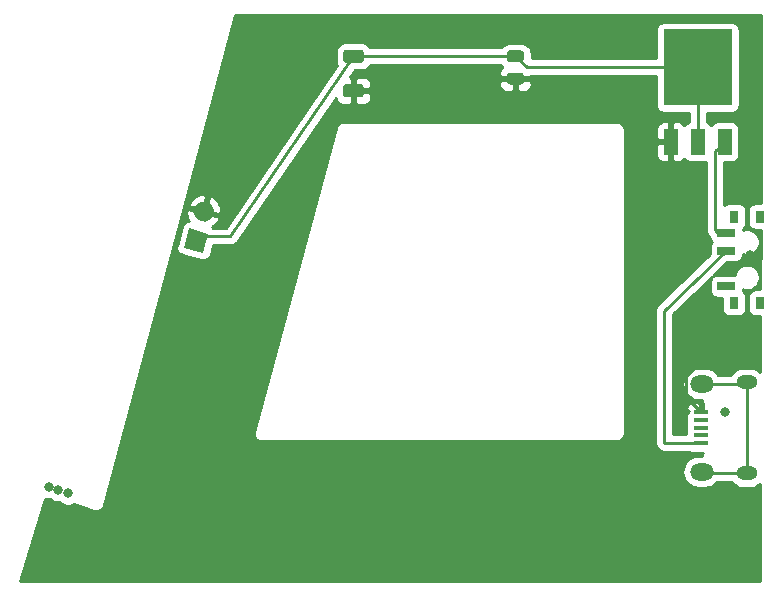
<source format=gbr>
%TF.GenerationSoftware,KiCad,Pcbnew,(5.1.10)-1*%
%TF.CreationDate,2021-09-09T07:46:21-05:00*%
%TF.ProjectId,Pivot_stand,5069766f-745f-4737-9461-6e642e6b6963,rev?*%
%TF.SameCoordinates,Original*%
%TF.FileFunction,Copper,L1,Top*%
%TF.FilePolarity,Positive*%
%FSLAX46Y46*%
G04 Gerber Fmt 4.6, Leading zero omitted, Abs format (unit mm)*
G04 Created by KiCad (PCBNEW (5.1.10)-1) date 2021-09-09 07:46:21*
%MOMM*%
%LPD*%
G01*
G04 APERTURE LIST*
%TA.AperFunction,SMDPad,CuDef*%
%ADD10R,0.800000X1.000000*%
%TD*%
%TA.AperFunction,SMDPad,CuDef*%
%ADD11R,1.500000X0.700000*%
%TD*%
%TA.AperFunction,ComponentPad*%
%ADD12C,0.100000*%
%TD*%
%TA.AperFunction,SMDPad,CuDef*%
%ADD13R,5.800000X6.400000*%
%TD*%
%TA.AperFunction,SMDPad,CuDef*%
%ADD14R,1.200000X2.200000*%
%TD*%
%TA.AperFunction,ComponentPad*%
%ADD15O,1.800000X1.150000*%
%TD*%
%TA.AperFunction,ComponentPad*%
%ADD16O,2.000000X1.450000*%
%TD*%
%TA.AperFunction,SMDPad,CuDef*%
%ADD17R,1.300000X0.450000*%
%TD*%
%TA.AperFunction,ViaPad*%
%ADD18C,0.800000*%
%TD*%
%TA.AperFunction,Conductor*%
%ADD19C,0.250000*%
%TD*%
%TA.AperFunction,Conductor*%
%ADD20C,0.254000*%
%TD*%
%TA.AperFunction,Conductor*%
%ADD21C,0.100000*%
%TD*%
G04 APERTURE END LIST*
D10*
%TO.P,I/O,*%
%TO.N,*%
X172940000Y-125062000D03*
X172940000Y-117762000D03*
X175150000Y-117762000D03*
X175150000Y-125062000D03*
D11*
%TO.P,I/O,3*%
%TO.N,Net-(I/O1-Pad3)*%
X172290000Y-119162000D03*
%TO.P,I/O,2*%
%TO.N,Net-(I/O1-Pad2)*%
X172290000Y-120662000D03*
%TO.P,I/O,1*%
%TO.N,Net-(I/O1-Pad1)*%
X172290000Y-123662000D03*
%TD*%
%TA.AperFunction,ComponentPad*%
D12*
%TO.P,J2,1*%
%TO.N,+3V3*%
G36*
X128441033Y-119198959D02*
G01*
X128001041Y-120841033D01*
X126358967Y-120401041D01*
X126798959Y-118758967D01*
X128441033Y-119198959D01*
G37*
%TD.AperFunction*%
%TO.P,J2,2*%
%TO.N,GND*%
%TA.AperFunction,ComponentPad*%
G36*
G01*
X128878437Y-117566544D02*
X128878437Y-117566544D01*
G75*
G02*
X127837404Y-118167585I-821037J219996D01*
G01*
X127837404Y-118167585D01*
G75*
G02*
X127236363Y-117126552I219996J821037D01*
G01*
X127236363Y-117126552D01*
G75*
G02*
X128277396Y-116525511I821037J-219996D01*
G01*
X128277396Y-116525511D01*
G75*
G02*
X128878437Y-117566544I-219996J-821037D01*
G01*
G37*
%TD.AperFunction*%
%TD*%
D13*
%TO.P,U1,2*%
%TO.N,+3V3*%
X169875200Y-105138800D03*
D14*
%TO.P,U1,3*%
%TO.N,Net-(I/O1-Pad3)*%
X172155200Y-111438800D03*
%TO.P,U1,2*%
%TO.N,+3V3*%
X169875200Y-111438800D03*
%TO.P,U1,1*%
%TO.N,GND*%
X167595200Y-111438800D03*
%TD*%
%TO.P,R1,2*%
%TO.N,GND*%
%TA.AperFunction,SMDPad,CuDef*%
G36*
G01*
X140090997Y-106553300D02*
X141341003Y-106553300D01*
G75*
G02*
X141591000Y-106803297I0J-249997D01*
G01*
X141591000Y-107428303D01*
G75*
G02*
X141341003Y-107678300I-249997J0D01*
G01*
X140090997Y-107678300D01*
G75*
G02*
X139841000Y-107428303I0J249997D01*
G01*
X139841000Y-106803297D01*
G75*
G02*
X140090997Y-106553300I249997J0D01*
G01*
G37*
%TD.AperFunction*%
%TO.P,R1,1*%
%TO.N,+3V3*%
%TA.AperFunction,SMDPad,CuDef*%
G36*
G01*
X140090997Y-103628300D02*
X141341003Y-103628300D01*
G75*
G02*
X141591000Y-103878297I0J-249997D01*
G01*
X141591000Y-104503303D01*
G75*
G02*
X141341003Y-104753300I-249997J0D01*
G01*
X140090997Y-104753300D01*
G75*
G02*
X139841000Y-104503303I0J249997D01*
G01*
X139841000Y-103878297D01*
G75*
G02*
X140090997Y-103628300I249997J0D01*
G01*
G37*
%TD.AperFunction*%
%TD*%
D15*
%TO.P,J1,6*%
%TO.N,Net-(J1-Pad6)*%
X174009600Y-131761000D03*
X174009600Y-139511000D03*
D16*
X170209600Y-131911000D03*
X170209600Y-139361000D03*
D17*
%TO.P,J1,5*%
%TO.N,GND*%
X170159600Y-134336000D03*
%TO.P,J1,4*%
%TO.N,Net-(J1-Pad4)*%
X170159600Y-134986000D03*
%TO.P,J1,3*%
%TO.N,Net-(J1-Pad3)*%
X170159600Y-135636000D03*
%TO.P,J1,2*%
%TO.N,Net-(J1-Pad2)*%
X170159600Y-136286000D03*
%TO.P,J1,1*%
%TO.N,Net-(I/O1-Pad2)*%
X170159600Y-136936000D03*
%TD*%
%TO.P,C1,2*%
%TO.N,GND*%
%TA.AperFunction,SMDPad,CuDef*%
G36*
G01*
X153957000Y-105590800D02*
X154907000Y-105590800D01*
G75*
G02*
X155157000Y-105840800I0J-250000D01*
G01*
X155157000Y-106340800D01*
G75*
G02*
X154907000Y-106590800I-250000J0D01*
G01*
X153957000Y-106590800D01*
G75*
G02*
X153707000Y-106340800I0J250000D01*
G01*
X153707000Y-105840800D01*
G75*
G02*
X153957000Y-105590800I250000J0D01*
G01*
G37*
%TD.AperFunction*%
%TO.P,C1,1*%
%TO.N,+3V3*%
%TA.AperFunction,SMDPad,CuDef*%
G36*
G01*
X153957000Y-103690800D02*
X154907000Y-103690800D01*
G75*
G02*
X155157000Y-103940800I0J-250000D01*
G01*
X155157000Y-104440800D01*
G75*
G02*
X154907000Y-104690800I-250000J0D01*
G01*
X153957000Y-104690800D01*
G75*
G02*
X153707000Y-104440800I0J250000D01*
G01*
X153707000Y-103940800D01*
G75*
G02*
X153957000Y-103690800I250000J0D01*
G01*
G37*
%TD.AperFunction*%
%TD*%
D18*
%TO.N,*%
X172161200Y-134315200D03*
X116550000Y-141200000D03*
%TO.N,GND*%
X172161200Y-128574800D03*
X133197600Y-102920800D03*
X128168400Y-128981200D03*
X147929600Y-107188000D03*
X160020000Y-102260400D03*
X169926000Y-141732000D03*
X164896800Y-130251200D03*
X174193200Y-113995200D03*
X174752000Y-101498400D03*
X174294800Y-121056400D03*
X115620800Y-146761200D03*
X173939200Y-146913600D03*
%TO.N,*%
X115700000Y-140900000D03*
X114900000Y-140650000D03*
%TD*%
D19*
%TO.N,GND*%
X168884590Y-131285725D02*
X168884590Y-133060990D01*
X171595515Y-128574800D02*
X168884590Y-131285725D01*
X168884590Y-133060990D02*
X170159600Y-134336000D01*
X172161200Y-128574800D02*
X171595515Y-128574800D01*
%TO.N,+3V3*%
X169875200Y-111438800D02*
X169875200Y-105138800D01*
X155380000Y-105138800D02*
X154432000Y-104190800D01*
X169875200Y-105138800D02*
X155380000Y-105138800D01*
X154432000Y-104190800D02*
X140716000Y-104190800D01*
X140716000Y-104190800D02*
X130300000Y-119450000D01*
X127750000Y-119450000D02*
X127400000Y-119800000D01*
X130300000Y-119450000D02*
X127750000Y-119450000D01*
%TO.N,Net-(J1-Pad6)*%
X173859600Y-131911000D02*
X174009600Y-131761000D01*
X170209600Y-131911000D02*
X173859600Y-131911000D01*
X174009600Y-131761000D02*
X174009600Y-139511000D01*
X170359600Y-139511000D02*
X170209600Y-139361000D01*
X174009600Y-139511000D02*
X170359600Y-139511000D01*
%TO.N,Net-(I/O1-Pad3)*%
X171341600Y-112252400D02*
X172155200Y-111438800D01*
X171341600Y-118912000D02*
X171341600Y-112252400D01*
X171591600Y-119162000D02*
X171341600Y-118912000D01*
X172290000Y-119162000D02*
X171591600Y-119162000D01*
%TO.N,Net-(I/O1-Pad2)*%
X170129600Y-136906000D02*
X170159600Y-136936000D01*
X167030400Y-125723200D02*
X172290000Y-120662000D01*
X167030400Y-136906000D02*
X167030400Y-125723200D01*
X167060400Y-136936000D02*
X167030400Y-136906000D01*
X170159600Y-136936000D02*
X167060400Y-136936000D01*
%TD*%
D20*
%TO.N,GND*%
X175189346Y-116623928D02*
X174750000Y-116623928D01*
X174625518Y-116636188D01*
X174505820Y-116672498D01*
X174395506Y-116731463D01*
X174298815Y-116810815D01*
X174219463Y-116907506D01*
X174160498Y-117017820D01*
X174124188Y-117137518D01*
X174111928Y-117262000D01*
X174111928Y-118262000D01*
X174124188Y-118386482D01*
X174160498Y-118506180D01*
X174219463Y-118616494D01*
X174298815Y-118713185D01*
X174395506Y-118792537D01*
X174505820Y-118851502D01*
X174625518Y-118887812D01*
X174750000Y-118900072D01*
X175186560Y-118900072D01*
X175180410Y-123923928D01*
X174750000Y-123923928D01*
X174625518Y-123936188D01*
X174505820Y-123972498D01*
X174395506Y-124031463D01*
X174298815Y-124110815D01*
X174219463Y-124207506D01*
X174160498Y-124317820D01*
X174124188Y-124437518D01*
X174111928Y-124562000D01*
X174111928Y-125562000D01*
X174124188Y-125686482D01*
X174160498Y-125806180D01*
X174219463Y-125916494D01*
X174298815Y-126013185D01*
X174395506Y-126092537D01*
X174505820Y-126151502D01*
X174625518Y-126187812D01*
X174750000Y-126200072D01*
X175177624Y-126200072D01*
X175171893Y-130882840D01*
X175010092Y-130750054D01*
X174799887Y-130637697D01*
X174571801Y-130568508D01*
X174394037Y-130551000D01*
X173625163Y-130551000D01*
X173447399Y-130568508D01*
X173219313Y-130637697D01*
X173009108Y-130750054D01*
X172824861Y-130901261D01*
X172673654Y-131085508D01*
X172638648Y-131151000D01*
X171620239Y-131151000D01*
X171450918Y-130944682D01*
X171243831Y-130774730D01*
X171007568Y-130648445D01*
X170751207Y-130570678D01*
X170551409Y-130551000D01*
X169867791Y-130551000D01*
X169667993Y-130570678D01*
X169411632Y-130648445D01*
X169175369Y-130774730D01*
X168968282Y-130944682D01*
X168798330Y-131151769D01*
X168672045Y-131388032D01*
X168594278Y-131644393D01*
X168568020Y-131911000D01*
X168594278Y-132177607D01*
X168672045Y-132433968D01*
X168798330Y-132670231D01*
X168968282Y-132877318D01*
X169175369Y-133047270D01*
X169411632Y-133173555D01*
X169667993Y-133251322D01*
X169867791Y-133271000D01*
X170231176Y-133271000D01*
X170264374Y-133437898D01*
X170328541Y-133592809D01*
X170286600Y-133634750D01*
X170286600Y-134122928D01*
X170032600Y-134122928D01*
X170032600Y-133634750D01*
X169873850Y-133476000D01*
X169520068Y-133473014D01*
X169395402Y-133483230D01*
X169275125Y-133517572D01*
X169163858Y-133574718D01*
X169065878Y-133652474D01*
X168984950Y-133747850D01*
X168924184Y-133857182D01*
X168885915Y-133976268D01*
X168874600Y-134079250D01*
X169033350Y-134238000D01*
X169145922Y-134238000D01*
X169058415Y-134309815D01*
X168979063Y-134406506D01*
X168920098Y-134516820D01*
X168906847Y-134560503D01*
X168874600Y-134592750D01*
X168881718Y-134657535D01*
X168871528Y-134761000D01*
X168871528Y-135211000D01*
X168881377Y-135311000D01*
X168871528Y-135411000D01*
X168871528Y-135861000D01*
X168881377Y-135961000D01*
X168871528Y-136061000D01*
X168871528Y-136176000D01*
X167790400Y-136176000D01*
X167790400Y-126046593D01*
X171042821Y-122916859D01*
X171009463Y-122957506D01*
X170950498Y-123067820D01*
X170914188Y-123187518D01*
X170901928Y-123312000D01*
X170901928Y-124012000D01*
X170914188Y-124136482D01*
X170950498Y-124256180D01*
X171009463Y-124366494D01*
X171088815Y-124463185D01*
X171185506Y-124542537D01*
X171295820Y-124601502D01*
X171415518Y-124637812D01*
X171540000Y-124650072D01*
X171901928Y-124650072D01*
X171901928Y-125562000D01*
X171914188Y-125686482D01*
X171950498Y-125806180D01*
X172009463Y-125916494D01*
X172088815Y-126013185D01*
X172185506Y-126092537D01*
X172295820Y-126151502D01*
X172415518Y-126187812D01*
X172540000Y-126200072D01*
X173340000Y-126200072D01*
X173464482Y-126187812D01*
X173584180Y-126151502D01*
X173694494Y-126092537D01*
X173791185Y-126013185D01*
X173870537Y-125916494D01*
X173929502Y-125806180D01*
X173965812Y-125686482D01*
X173978072Y-125562000D01*
X173978072Y-124562000D01*
X173965812Y-124437518D01*
X173929502Y-124317820D01*
X173870537Y-124207506D01*
X173791185Y-124110815D01*
X173694494Y-124031463D01*
X173677072Y-124022151D01*
X173678072Y-124012000D01*
X173678072Y-123932338D01*
X173733517Y-123955304D01*
X173943137Y-123997000D01*
X174156863Y-123997000D01*
X174366483Y-123955304D01*
X174563940Y-123873515D01*
X174741647Y-123754775D01*
X174892775Y-123603647D01*
X175011515Y-123425940D01*
X175093304Y-123228483D01*
X175135000Y-123018863D01*
X175135000Y-122805137D01*
X175093304Y-122595517D01*
X175011515Y-122398060D01*
X174892775Y-122220353D01*
X174741647Y-122069225D01*
X174563940Y-121950485D01*
X174366483Y-121868696D01*
X174156863Y-121827000D01*
X173943137Y-121827000D01*
X173733517Y-121868696D01*
X173536060Y-121950485D01*
X173358353Y-122069225D01*
X173207225Y-122220353D01*
X173088485Y-122398060D01*
X173006696Y-122595517D01*
X172991099Y-122673928D01*
X171540000Y-122673928D01*
X171415518Y-122686188D01*
X171295820Y-122722498D01*
X171185506Y-122781463D01*
X171172042Y-122792513D01*
X172359267Y-121650072D01*
X173040000Y-121650072D01*
X173164482Y-121637812D01*
X173284180Y-121601502D01*
X173394494Y-121542537D01*
X173491185Y-121463185D01*
X173570537Y-121366494D01*
X173629502Y-121256180D01*
X173665812Y-121136482D01*
X173678072Y-121012000D01*
X173678072Y-120932338D01*
X173733517Y-120955304D01*
X173943137Y-120997000D01*
X174156863Y-120997000D01*
X174366483Y-120955304D01*
X174563940Y-120873515D01*
X174741647Y-120754775D01*
X174892775Y-120603647D01*
X175011515Y-120425940D01*
X175093304Y-120228483D01*
X175135000Y-120018863D01*
X175135000Y-119805137D01*
X175093304Y-119595517D01*
X175011515Y-119398060D01*
X174892775Y-119220353D01*
X174741647Y-119069225D01*
X174563940Y-118950485D01*
X174366483Y-118868696D01*
X174156863Y-118827000D01*
X173943137Y-118827000D01*
X173733517Y-118868696D01*
X173678072Y-118891662D01*
X173678072Y-118812000D01*
X173677072Y-118801849D01*
X173694494Y-118792537D01*
X173791185Y-118713185D01*
X173870537Y-118616494D01*
X173929502Y-118506180D01*
X173965812Y-118386482D01*
X173978072Y-118262000D01*
X173978072Y-117262000D01*
X173965812Y-117137518D01*
X173929502Y-117017820D01*
X173870537Y-116907506D01*
X173791185Y-116810815D01*
X173694494Y-116731463D01*
X173584180Y-116672498D01*
X173464482Y-116636188D01*
X173340000Y-116623928D01*
X172540000Y-116623928D01*
X172415518Y-116636188D01*
X172295820Y-116672498D01*
X172185506Y-116731463D01*
X172101600Y-116800323D01*
X172101600Y-113176872D01*
X172755200Y-113176872D01*
X172879682Y-113164612D01*
X172999380Y-113128302D01*
X173109694Y-113069337D01*
X173206385Y-112989985D01*
X173285737Y-112893294D01*
X173344702Y-112782980D01*
X173381012Y-112663282D01*
X173393272Y-112538800D01*
X173393272Y-110338800D01*
X173381012Y-110214318D01*
X173344702Y-110094620D01*
X173285737Y-109984306D01*
X173206385Y-109887615D01*
X173109694Y-109808263D01*
X172999380Y-109749298D01*
X172879682Y-109712988D01*
X172755200Y-109700728D01*
X171555200Y-109700728D01*
X171430718Y-109712988D01*
X171311020Y-109749298D01*
X171200706Y-109808263D01*
X171104015Y-109887615D01*
X171024663Y-109984306D01*
X171015200Y-110002010D01*
X171005737Y-109984306D01*
X170926385Y-109887615D01*
X170829694Y-109808263D01*
X170719380Y-109749298D01*
X170635200Y-109723762D01*
X170635200Y-108976872D01*
X172775200Y-108976872D01*
X172899682Y-108964612D01*
X173019380Y-108928302D01*
X173129694Y-108869337D01*
X173226385Y-108789985D01*
X173305737Y-108693294D01*
X173364702Y-108582980D01*
X173401012Y-108463282D01*
X173413272Y-108338800D01*
X173413272Y-101938800D01*
X173401012Y-101814318D01*
X173364702Y-101694620D01*
X173305737Y-101584306D01*
X173226385Y-101487615D01*
X173129694Y-101408263D01*
X173019380Y-101349298D01*
X172899682Y-101312988D01*
X172775200Y-101300728D01*
X166975200Y-101300728D01*
X166850718Y-101312988D01*
X166731020Y-101349298D01*
X166620706Y-101408263D01*
X166524015Y-101487615D01*
X166444663Y-101584306D01*
X166385698Y-101694620D01*
X166349388Y-101814318D01*
X166337128Y-101938800D01*
X166337128Y-104378800D01*
X155795072Y-104378800D01*
X155795072Y-103940800D01*
X155778008Y-103767546D01*
X155727472Y-103600950D01*
X155645405Y-103447414D01*
X155534962Y-103312838D01*
X155400386Y-103202395D01*
X155246850Y-103120328D01*
X155080254Y-103069792D01*
X154907000Y-103052728D01*
X153957000Y-103052728D01*
X153783746Y-103069792D01*
X153617150Y-103120328D01*
X153463614Y-103202395D01*
X153329038Y-103312838D01*
X153232230Y-103430800D01*
X142103933Y-103430800D01*
X142079405Y-103384912D01*
X141968963Y-103250337D01*
X141834388Y-103139895D01*
X141680852Y-103057828D01*
X141514257Y-103007292D01*
X141341003Y-102990228D01*
X140090997Y-102990228D01*
X139917743Y-103007292D01*
X139751148Y-103057828D01*
X139597612Y-103139895D01*
X139463037Y-103250337D01*
X139352595Y-103384912D01*
X139270528Y-103538448D01*
X139219992Y-103705043D01*
X139202928Y-103878297D01*
X139202928Y-104503303D01*
X139219992Y-104676557D01*
X139270528Y-104843152D01*
X139305658Y-104908875D01*
X129898600Y-118690000D01*
X128825057Y-118690000D01*
X128757900Y-118648239D01*
X128858700Y-118596810D01*
X129087217Y-118416461D01*
X129276159Y-118194995D01*
X129357389Y-118064359D01*
X129299702Y-117810902D01*
X128147203Y-117502091D01*
X128142027Y-117521410D01*
X127896681Y-117455669D01*
X127901857Y-117436351D01*
X127231561Y-117256745D01*
X128212943Y-117256745D01*
X129365442Y-117565557D01*
X129542129Y-117374900D01*
X129537100Y-117221151D01*
X129484204Y-116934885D01*
X129376477Y-116664439D01*
X129218058Y-116420206D01*
X129015036Y-116211572D01*
X128775213Y-116046554D01*
X128521924Y-116103610D01*
X128212943Y-117256745D01*
X127231561Y-117256745D01*
X126749358Y-117127539D01*
X126572671Y-117318196D01*
X126577700Y-117471945D01*
X126630596Y-117758211D01*
X126738323Y-118028657D01*
X126799904Y-118123596D01*
X126715674Y-118126354D01*
X126593857Y-118154757D01*
X126479923Y-118206381D01*
X126378249Y-118279239D01*
X126292742Y-118370533D01*
X126226690Y-118476755D01*
X126182629Y-118593822D01*
X125742637Y-120235896D01*
X125722261Y-120359309D01*
X125726354Y-120484326D01*
X125754757Y-120606143D01*
X125806381Y-120720077D01*
X125879239Y-120821751D01*
X125970533Y-120907258D01*
X126076755Y-120973310D01*
X126193822Y-121017371D01*
X127835896Y-121457363D01*
X127959309Y-121477739D01*
X128084326Y-121473646D01*
X128206143Y-121445243D01*
X128320077Y-121393619D01*
X128421751Y-121320761D01*
X128507258Y-121229467D01*
X128573310Y-121123245D01*
X128617371Y-121006178D01*
X128830706Y-120210000D01*
X130258895Y-120210000D01*
X130292435Y-120213639D01*
X130333555Y-120210000D01*
X130337333Y-120210000D01*
X130370785Y-120206705D01*
X130441558Y-120200442D01*
X130445203Y-120199376D01*
X130448986Y-120199003D01*
X130517118Y-120178336D01*
X130585242Y-120158405D01*
X130588602Y-120156652D01*
X130592247Y-120155546D01*
X130655040Y-120121982D01*
X130717964Y-120089146D01*
X130720923Y-120086766D01*
X130724276Y-120084974D01*
X130779271Y-120039841D01*
X130834624Y-119995324D01*
X130837061Y-119992414D01*
X130840001Y-119990001D01*
X130885117Y-119935027D01*
X130906655Y-119909307D01*
X130908782Y-119906191D01*
X130934974Y-119874276D01*
X130950880Y-119844518D01*
X139209569Y-107745729D01*
X139215188Y-107802782D01*
X139251498Y-107922480D01*
X139310463Y-108032794D01*
X139389815Y-108129485D01*
X139486506Y-108208837D01*
X139596820Y-108267802D01*
X139716518Y-108304112D01*
X139841000Y-108316372D01*
X140430250Y-108313300D01*
X140589000Y-108154550D01*
X140589000Y-107242800D01*
X140843000Y-107242800D01*
X140843000Y-108154550D01*
X141001750Y-108313300D01*
X141591000Y-108316372D01*
X141715482Y-108304112D01*
X141835180Y-108267802D01*
X141945494Y-108208837D01*
X142042185Y-108129485D01*
X142121537Y-108032794D01*
X142180502Y-107922480D01*
X142216812Y-107802782D01*
X142229072Y-107678300D01*
X142226000Y-107401550D01*
X142067250Y-107242800D01*
X140843000Y-107242800D01*
X140589000Y-107242800D01*
X140569000Y-107242800D01*
X140569000Y-106988800D01*
X140589000Y-106988800D01*
X140589000Y-106077050D01*
X140843000Y-106077050D01*
X140843000Y-106988800D01*
X142067250Y-106988800D01*
X142226000Y-106830050D01*
X142228655Y-106590800D01*
X153068928Y-106590800D01*
X153081188Y-106715282D01*
X153117498Y-106834980D01*
X153176463Y-106945294D01*
X153255815Y-107041985D01*
X153352506Y-107121337D01*
X153462820Y-107180302D01*
X153582518Y-107216612D01*
X153707000Y-107228872D01*
X154146250Y-107225800D01*
X154305000Y-107067050D01*
X154305000Y-106217800D01*
X154559000Y-106217800D01*
X154559000Y-107067050D01*
X154717750Y-107225800D01*
X155157000Y-107228872D01*
X155281482Y-107216612D01*
X155401180Y-107180302D01*
X155511494Y-107121337D01*
X155608185Y-107041985D01*
X155687537Y-106945294D01*
X155746502Y-106834980D01*
X155782812Y-106715282D01*
X155795072Y-106590800D01*
X155792000Y-106376550D01*
X155633250Y-106217800D01*
X154559000Y-106217800D01*
X154305000Y-106217800D01*
X153230750Y-106217800D01*
X153072000Y-106376550D01*
X153068928Y-106590800D01*
X142228655Y-106590800D01*
X142229072Y-106553300D01*
X142216812Y-106428818D01*
X142180502Y-106309120D01*
X142121537Y-106198806D01*
X142042185Y-106102115D01*
X141945494Y-106022763D01*
X141835180Y-105963798D01*
X141715482Y-105927488D01*
X141591000Y-105915228D01*
X141001750Y-105918300D01*
X140843000Y-106077050D01*
X140589000Y-106077050D01*
X140446137Y-105934187D01*
X140816664Y-105391372D01*
X141341003Y-105391372D01*
X141514257Y-105374308D01*
X141680852Y-105323772D01*
X141834388Y-105241705D01*
X141968963Y-105131263D01*
X142079405Y-104996688D01*
X142103933Y-104950800D01*
X153232230Y-104950800D01*
X153329038Y-105068762D01*
X153335594Y-105074142D01*
X153255815Y-105139615D01*
X153176463Y-105236306D01*
X153117498Y-105346620D01*
X153081188Y-105466318D01*
X153068928Y-105590800D01*
X153072000Y-105805050D01*
X153230750Y-105963800D01*
X154305000Y-105963800D01*
X154305000Y-105943800D01*
X154559000Y-105943800D01*
X154559000Y-105963800D01*
X155633250Y-105963800D01*
X155698250Y-105898800D01*
X166337128Y-105898800D01*
X166337128Y-108338800D01*
X166349388Y-108463282D01*
X166385698Y-108582980D01*
X166444663Y-108693294D01*
X166524015Y-108789985D01*
X166620706Y-108869337D01*
X166731020Y-108928302D01*
X166850718Y-108964612D01*
X166975200Y-108976872D01*
X169115200Y-108976872D01*
X169115200Y-109723762D01*
X169031020Y-109749298D01*
X168920706Y-109808263D01*
X168824015Y-109887615D01*
X168744663Y-109984306D01*
X168735200Y-110002010D01*
X168725737Y-109984306D01*
X168646385Y-109887615D01*
X168549694Y-109808263D01*
X168439380Y-109749298D01*
X168319682Y-109712988D01*
X168195200Y-109700728D01*
X167880950Y-109703800D01*
X167722200Y-109862550D01*
X167722200Y-111311800D01*
X167742200Y-111311800D01*
X167742200Y-111565800D01*
X167722200Y-111565800D01*
X167722200Y-113015050D01*
X167880950Y-113173800D01*
X168195200Y-113176872D01*
X168319682Y-113164612D01*
X168439380Y-113128302D01*
X168549694Y-113069337D01*
X168646385Y-112989985D01*
X168725737Y-112893294D01*
X168735200Y-112875590D01*
X168744663Y-112893294D01*
X168824015Y-112989985D01*
X168920706Y-113069337D01*
X169031020Y-113128302D01*
X169150718Y-113164612D01*
X169275200Y-113176872D01*
X170475200Y-113176872D01*
X170581601Y-113166393D01*
X170581600Y-118874677D01*
X170577924Y-118912000D01*
X170581600Y-118949322D01*
X170581600Y-118949332D01*
X170592597Y-119060985D01*
X170621951Y-119157753D01*
X170636054Y-119204246D01*
X170706626Y-119336276D01*
X170729464Y-119364104D01*
X170801599Y-119452001D01*
X170830602Y-119475803D01*
X170905766Y-119550967D01*
X170914188Y-119636482D01*
X170950498Y-119756180D01*
X171009463Y-119866494D01*
X171046809Y-119912000D01*
X171009463Y-119957506D01*
X170950498Y-120067820D01*
X170914188Y-120187518D01*
X170901928Y-120312000D01*
X170901928Y-120942986D01*
X166525049Y-125154763D01*
X166490400Y-125183199D01*
X166447562Y-125235397D01*
X166403698Y-125286799D01*
X166400100Y-125293230D01*
X166395427Y-125298924D01*
X166363584Y-125358498D01*
X166330602Y-125417448D01*
X166328329Y-125424454D01*
X166324855Y-125430953D01*
X166305250Y-125495582D01*
X166284399Y-125559846D01*
X166283536Y-125567167D01*
X166281398Y-125574214D01*
X166274779Y-125641419D01*
X166266865Y-125708523D01*
X166270401Y-125753214D01*
X166270400Y-136868678D01*
X166266724Y-136906000D01*
X166270400Y-136943322D01*
X166270400Y-136943332D01*
X166281397Y-137054985D01*
X166313556Y-137161000D01*
X166324854Y-137198246D01*
X166395426Y-137330276D01*
X166396893Y-137332063D01*
X166490399Y-137446001D01*
X166506876Y-137459524D01*
X166520399Y-137476001D01*
X166636124Y-137570974D01*
X166768153Y-137641546D01*
X166911414Y-137685003D01*
X167023067Y-137696000D01*
X167023077Y-137696000D01*
X167060399Y-137699676D01*
X167097722Y-137696000D01*
X169163456Y-137696000D01*
X169265420Y-137750502D01*
X169385118Y-137786812D01*
X169509600Y-137799072D01*
X170278884Y-137799072D01*
X170264374Y-137834102D01*
X170231176Y-138001000D01*
X169867791Y-138001000D01*
X169667993Y-138020678D01*
X169411632Y-138098445D01*
X169175369Y-138224730D01*
X168968282Y-138394682D01*
X168798330Y-138601769D01*
X168672045Y-138838032D01*
X168594278Y-139094393D01*
X168568020Y-139361000D01*
X168594278Y-139627607D01*
X168672045Y-139883968D01*
X168798330Y-140120231D01*
X168968282Y-140327318D01*
X169175369Y-140497270D01*
X169411632Y-140623555D01*
X169667993Y-140701322D01*
X169867791Y-140721000D01*
X170551409Y-140721000D01*
X170751207Y-140701322D01*
X171007568Y-140623555D01*
X171243831Y-140497270D01*
X171450918Y-140327318D01*
X171497137Y-140271000D01*
X172743008Y-140271000D01*
X172824861Y-140370739D01*
X173009108Y-140521946D01*
X173219313Y-140634303D01*
X173447399Y-140703492D01*
X173625163Y-140721000D01*
X174394037Y-140721000D01*
X174571801Y-140703492D01*
X174799887Y-140634303D01*
X175010092Y-140521946D01*
X175160245Y-140398719D01*
X175158840Y-141546786D01*
X175158801Y-141547181D01*
X175158801Y-141578545D01*
X175158761Y-141611211D01*
X175158801Y-141611622D01*
X175158800Y-143375981D01*
X175158800Y-143375982D01*
X175158801Y-148641200D01*
X112500383Y-148641200D01*
X114643428Y-141654242D01*
X114798061Y-141685000D01*
X115001939Y-141685000D01*
X115018079Y-141681790D01*
X115040226Y-141703937D01*
X115209744Y-141817205D01*
X115398102Y-141895226D01*
X115598061Y-141935000D01*
X115801939Y-141935000D01*
X115818079Y-141931790D01*
X115890226Y-142003937D01*
X116059744Y-142117205D01*
X116248102Y-142195226D01*
X116448061Y-142235000D01*
X116651939Y-142235000D01*
X116851898Y-142195226D01*
X117040256Y-142117205D01*
X117084065Y-142087933D01*
X118750981Y-142658194D01*
X118802914Y-142677651D01*
X118844478Y-142684449D01*
X118885474Y-142694111D01*
X118908487Y-142694919D01*
X118931218Y-142698637D01*
X118973319Y-142697195D01*
X119015402Y-142698673D01*
X119038130Y-142694976D01*
X119061149Y-142694188D01*
X119102151Y-142684563D01*
X119143724Y-142677801D01*
X119165297Y-142669740D01*
X119187716Y-142664477D01*
X119226057Y-142647036D01*
X119265508Y-142632294D01*
X119285091Y-142620181D01*
X119306056Y-142610644D01*
X119340257Y-142586058D01*
X119376075Y-142563903D01*
X119392921Y-142548200D01*
X119411620Y-142534758D01*
X119440366Y-142503973D01*
X119471174Y-142475256D01*
X119484632Y-142456569D01*
X119500350Y-142439737D01*
X119522537Y-142403938D01*
X119547152Y-142369760D01*
X119556707Y-142348805D01*
X119568838Y-142329231D01*
X119583615Y-142289791D01*
X119601089Y-142251467D01*
X119613812Y-142197482D01*
X121226119Y-136144000D01*
X132280407Y-136144000D01*
X132284593Y-136186502D01*
X132285900Y-136229173D01*
X132290949Y-136251036D01*
X132293150Y-136273383D01*
X132305549Y-136314257D01*
X132315154Y-136355847D01*
X132324372Y-136376307D01*
X132330890Y-136397793D01*
X132351023Y-136435460D01*
X132368559Y-136474381D01*
X132381591Y-136492649D01*
X132392175Y-136512450D01*
X132419268Y-136545462D01*
X132444062Y-136580218D01*
X132460411Y-136595595D01*
X132474652Y-136612948D01*
X132507666Y-136640042D01*
X132538763Y-136669291D01*
X132557794Y-136681182D01*
X132575150Y-136695425D01*
X132612810Y-136715555D01*
X132649020Y-136738178D01*
X132670012Y-136746129D01*
X132689807Y-136756710D01*
X132730674Y-136769107D01*
X132770599Y-136784230D01*
X132792731Y-136787932D01*
X132814217Y-136794450D01*
X132856717Y-136798636D01*
X132898827Y-136805680D01*
X132953679Y-136804000D01*
X162984781Y-136804000D01*
X163017200Y-136807193D01*
X163049619Y-136804000D01*
X163146583Y-136794450D01*
X163270993Y-136756710D01*
X163385650Y-136695425D01*
X163486148Y-136612948D01*
X163568625Y-136512450D01*
X163629910Y-136397793D01*
X163667650Y-136273383D01*
X163680393Y-136144000D01*
X163677200Y-136111581D01*
X163677200Y-112538800D01*
X166357128Y-112538800D01*
X166369388Y-112663282D01*
X166405698Y-112782980D01*
X166464663Y-112893294D01*
X166544015Y-112989985D01*
X166640706Y-113069337D01*
X166751020Y-113128302D01*
X166870718Y-113164612D01*
X166995200Y-113176872D01*
X167309450Y-113173800D01*
X167468200Y-113015050D01*
X167468200Y-111565800D01*
X166518950Y-111565800D01*
X166360200Y-111724550D01*
X166357128Y-112538800D01*
X163677200Y-112538800D01*
X163677200Y-110420819D01*
X163680393Y-110388400D01*
X163675508Y-110338800D01*
X166357128Y-110338800D01*
X166360200Y-111153050D01*
X166518950Y-111311800D01*
X167468200Y-111311800D01*
X167468200Y-109862550D01*
X167309450Y-109703800D01*
X166995200Y-109700728D01*
X166870718Y-109712988D01*
X166751020Y-109749298D01*
X166640706Y-109808263D01*
X166544015Y-109887615D01*
X166464663Y-109984306D01*
X166405698Y-110094620D01*
X166369388Y-110214318D01*
X166357128Y-110338800D01*
X163675508Y-110338800D01*
X163667650Y-110259017D01*
X163629910Y-110134607D01*
X163568625Y-110019950D01*
X163486148Y-109919452D01*
X163385650Y-109836975D01*
X163270993Y-109775690D01*
X163146583Y-109737950D01*
X163049619Y-109728400D01*
X163017200Y-109725207D01*
X162984781Y-109728400D01*
X139958016Y-109728400D01*
X139947973Y-109726720D01*
X139893121Y-109728400D01*
X139870781Y-109728400D01*
X139860698Y-109729393D01*
X139818026Y-109730700D01*
X139796161Y-109735749D01*
X139773817Y-109737950D01*
X139732955Y-109750346D01*
X139691352Y-109759953D01*
X139670884Y-109769175D01*
X139649407Y-109775690D01*
X139611749Y-109795818D01*
X139572818Y-109813359D01*
X139554547Y-109826393D01*
X139534750Y-109836975D01*
X139501744Y-109864062D01*
X139466981Y-109888862D01*
X139451599Y-109905215D01*
X139434252Y-109919452D01*
X139407169Y-109952452D01*
X139377908Y-109983562D01*
X139366012Y-110002602D01*
X139351775Y-110019950D01*
X139331652Y-110057597D01*
X139309021Y-110093820D01*
X139301067Y-110114818D01*
X139290490Y-110134607D01*
X139278097Y-110175462D01*
X139274508Y-110184936D01*
X139268680Y-110206503D01*
X139252750Y-110259017D01*
X139251752Y-110269150D01*
X132309087Y-135962082D01*
X132293150Y-136014617D01*
X132288964Y-136057115D01*
X132281920Y-136099227D01*
X132282607Y-136121662D01*
X132280407Y-136144000D01*
X121226119Y-136144000D01*
X126423889Y-116628737D01*
X126757411Y-116628737D01*
X126815098Y-116882194D01*
X127967597Y-117191005D01*
X128276579Y-116037870D01*
X128085753Y-115861814D01*
X127795551Y-115884812D01*
X127515411Y-115963983D01*
X127256100Y-116096286D01*
X127027583Y-116276635D01*
X126838641Y-116498101D01*
X126757411Y-116628737D01*
X126423889Y-116628737D01*
X130656822Y-100736000D01*
X175208792Y-100736000D01*
X175189346Y-116623928D01*
%TA.AperFunction,Conductor*%
D21*
G36*
X175189346Y-116623928D02*
G01*
X174750000Y-116623928D01*
X174625518Y-116636188D01*
X174505820Y-116672498D01*
X174395506Y-116731463D01*
X174298815Y-116810815D01*
X174219463Y-116907506D01*
X174160498Y-117017820D01*
X174124188Y-117137518D01*
X174111928Y-117262000D01*
X174111928Y-118262000D01*
X174124188Y-118386482D01*
X174160498Y-118506180D01*
X174219463Y-118616494D01*
X174298815Y-118713185D01*
X174395506Y-118792537D01*
X174505820Y-118851502D01*
X174625518Y-118887812D01*
X174750000Y-118900072D01*
X175186560Y-118900072D01*
X175180410Y-123923928D01*
X174750000Y-123923928D01*
X174625518Y-123936188D01*
X174505820Y-123972498D01*
X174395506Y-124031463D01*
X174298815Y-124110815D01*
X174219463Y-124207506D01*
X174160498Y-124317820D01*
X174124188Y-124437518D01*
X174111928Y-124562000D01*
X174111928Y-125562000D01*
X174124188Y-125686482D01*
X174160498Y-125806180D01*
X174219463Y-125916494D01*
X174298815Y-126013185D01*
X174395506Y-126092537D01*
X174505820Y-126151502D01*
X174625518Y-126187812D01*
X174750000Y-126200072D01*
X175177624Y-126200072D01*
X175171893Y-130882840D01*
X175010092Y-130750054D01*
X174799887Y-130637697D01*
X174571801Y-130568508D01*
X174394037Y-130551000D01*
X173625163Y-130551000D01*
X173447399Y-130568508D01*
X173219313Y-130637697D01*
X173009108Y-130750054D01*
X172824861Y-130901261D01*
X172673654Y-131085508D01*
X172638648Y-131151000D01*
X171620239Y-131151000D01*
X171450918Y-130944682D01*
X171243831Y-130774730D01*
X171007568Y-130648445D01*
X170751207Y-130570678D01*
X170551409Y-130551000D01*
X169867791Y-130551000D01*
X169667993Y-130570678D01*
X169411632Y-130648445D01*
X169175369Y-130774730D01*
X168968282Y-130944682D01*
X168798330Y-131151769D01*
X168672045Y-131388032D01*
X168594278Y-131644393D01*
X168568020Y-131911000D01*
X168594278Y-132177607D01*
X168672045Y-132433968D01*
X168798330Y-132670231D01*
X168968282Y-132877318D01*
X169175369Y-133047270D01*
X169411632Y-133173555D01*
X169667993Y-133251322D01*
X169867791Y-133271000D01*
X170231176Y-133271000D01*
X170264374Y-133437898D01*
X170328541Y-133592809D01*
X170286600Y-133634750D01*
X170286600Y-134122928D01*
X170032600Y-134122928D01*
X170032600Y-133634750D01*
X169873850Y-133476000D01*
X169520068Y-133473014D01*
X169395402Y-133483230D01*
X169275125Y-133517572D01*
X169163858Y-133574718D01*
X169065878Y-133652474D01*
X168984950Y-133747850D01*
X168924184Y-133857182D01*
X168885915Y-133976268D01*
X168874600Y-134079250D01*
X169033350Y-134238000D01*
X169145922Y-134238000D01*
X169058415Y-134309815D01*
X168979063Y-134406506D01*
X168920098Y-134516820D01*
X168906847Y-134560503D01*
X168874600Y-134592750D01*
X168881718Y-134657535D01*
X168871528Y-134761000D01*
X168871528Y-135211000D01*
X168881377Y-135311000D01*
X168871528Y-135411000D01*
X168871528Y-135861000D01*
X168881377Y-135961000D01*
X168871528Y-136061000D01*
X168871528Y-136176000D01*
X167790400Y-136176000D01*
X167790400Y-126046593D01*
X171042821Y-122916859D01*
X171009463Y-122957506D01*
X170950498Y-123067820D01*
X170914188Y-123187518D01*
X170901928Y-123312000D01*
X170901928Y-124012000D01*
X170914188Y-124136482D01*
X170950498Y-124256180D01*
X171009463Y-124366494D01*
X171088815Y-124463185D01*
X171185506Y-124542537D01*
X171295820Y-124601502D01*
X171415518Y-124637812D01*
X171540000Y-124650072D01*
X171901928Y-124650072D01*
X171901928Y-125562000D01*
X171914188Y-125686482D01*
X171950498Y-125806180D01*
X172009463Y-125916494D01*
X172088815Y-126013185D01*
X172185506Y-126092537D01*
X172295820Y-126151502D01*
X172415518Y-126187812D01*
X172540000Y-126200072D01*
X173340000Y-126200072D01*
X173464482Y-126187812D01*
X173584180Y-126151502D01*
X173694494Y-126092537D01*
X173791185Y-126013185D01*
X173870537Y-125916494D01*
X173929502Y-125806180D01*
X173965812Y-125686482D01*
X173978072Y-125562000D01*
X173978072Y-124562000D01*
X173965812Y-124437518D01*
X173929502Y-124317820D01*
X173870537Y-124207506D01*
X173791185Y-124110815D01*
X173694494Y-124031463D01*
X173677072Y-124022151D01*
X173678072Y-124012000D01*
X173678072Y-123932338D01*
X173733517Y-123955304D01*
X173943137Y-123997000D01*
X174156863Y-123997000D01*
X174366483Y-123955304D01*
X174563940Y-123873515D01*
X174741647Y-123754775D01*
X174892775Y-123603647D01*
X175011515Y-123425940D01*
X175093304Y-123228483D01*
X175135000Y-123018863D01*
X175135000Y-122805137D01*
X175093304Y-122595517D01*
X175011515Y-122398060D01*
X174892775Y-122220353D01*
X174741647Y-122069225D01*
X174563940Y-121950485D01*
X174366483Y-121868696D01*
X174156863Y-121827000D01*
X173943137Y-121827000D01*
X173733517Y-121868696D01*
X173536060Y-121950485D01*
X173358353Y-122069225D01*
X173207225Y-122220353D01*
X173088485Y-122398060D01*
X173006696Y-122595517D01*
X172991099Y-122673928D01*
X171540000Y-122673928D01*
X171415518Y-122686188D01*
X171295820Y-122722498D01*
X171185506Y-122781463D01*
X171172042Y-122792513D01*
X172359267Y-121650072D01*
X173040000Y-121650072D01*
X173164482Y-121637812D01*
X173284180Y-121601502D01*
X173394494Y-121542537D01*
X173491185Y-121463185D01*
X173570537Y-121366494D01*
X173629502Y-121256180D01*
X173665812Y-121136482D01*
X173678072Y-121012000D01*
X173678072Y-120932338D01*
X173733517Y-120955304D01*
X173943137Y-120997000D01*
X174156863Y-120997000D01*
X174366483Y-120955304D01*
X174563940Y-120873515D01*
X174741647Y-120754775D01*
X174892775Y-120603647D01*
X175011515Y-120425940D01*
X175093304Y-120228483D01*
X175135000Y-120018863D01*
X175135000Y-119805137D01*
X175093304Y-119595517D01*
X175011515Y-119398060D01*
X174892775Y-119220353D01*
X174741647Y-119069225D01*
X174563940Y-118950485D01*
X174366483Y-118868696D01*
X174156863Y-118827000D01*
X173943137Y-118827000D01*
X173733517Y-118868696D01*
X173678072Y-118891662D01*
X173678072Y-118812000D01*
X173677072Y-118801849D01*
X173694494Y-118792537D01*
X173791185Y-118713185D01*
X173870537Y-118616494D01*
X173929502Y-118506180D01*
X173965812Y-118386482D01*
X173978072Y-118262000D01*
X173978072Y-117262000D01*
X173965812Y-117137518D01*
X173929502Y-117017820D01*
X173870537Y-116907506D01*
X173791185Y-116810815D01*
X173694494Y-116731463D01*
X173584180Y-116672498D01*
X173464482Y-116636188D01*
X173340000Y-116623928D01*
X172540000Y-116623928D01*
X172415518Y-116636188D01*
X172295820Y-116672498D01*
X172185506Y-116731463D01*
X172101600Y-116800323D01*
X172101600Y-113176872D01*
X172755200Y-113176872D01*
X172879682Y-113164612D01*
X172999380Y-113128302D01*
X173109694Y-113069337D01*
X173206385Y-112989985D01*
X173285737Y-112893294D01*
X173344702Y-112782980D01*
X173381012Y-112663282D01*
X173393272Y-112538800D01*
X173393272Y-110338800D01*
X173381012Y-110214318D01*
X173344702Y-110094620D01*
X173285737Y-109984306D01*
X173206385Y-109887615D01*
X173109694Y-109808263D01*
X172999380Y-109749298D01*
X172879682Y-109712988D01*
X172755200Y-109700728D01*
X171555200Y-109700728D01*
X171430718Y-109712988D01*
X171311020Y-109749298D01*
X171200706Y-109808263D01*
X171104015Y-109887615D01*
X171024663Y-109984306D01*
X171015200Y-110002010D01*
X171005737Y-109984306D01*
X170926385Y-109887615D01*
X170829694Y-109808263D01*
X170719380Y-109749298D01*
X170635200Y-109723762D01*
X170635200Y-108976872D01*
X172775200Y-108976872D01*
X172899682Y-108964612D01*
X173019380Y-108928302D01*
X173129694Y-108869337D01*
X173226385Y-108789985D01*
X173305737Y-108693294D01*
X173364702Y-108582980D01*
X173401012Y-108463282D01*
X173413272Y-108338800D01*
X173413272Y-101938800D01*
X173401012Y-101814318D01*
X173364702Y-101694620D01*
X173305737Y-101584306D01*
X173226385Y-101487615D01*
X173129694Y-101408263D01*
X173019380Y-101349298D01*
X172899682Y-101312988D01*
X172775200Y-101300728D01*
X166975200Y-101300728D01*
X166850718Y-101312988D01*
X166731020Y-101349298D01*
X166620706Y-101408263D01*
X166524015Y-101487615D01*
X166444663Y-101584306D01*
X166385698Y-101694620D01*
X166349388Y-101814318D01*
X166337128Y-101938800D01*
X166337128Y-104378800D01*
X155795072Y-104378800D01*
X155795072Y-103940800D01*
X155778008Y-103767546D01*
X155727472Y-103600950D01*
X155645405Y-103447414D01*
X155534962Y-103312838D01*
X155400386Y-103202395D01*
X155246850Y-103120328D01*
X155080254Y-103069792D01*
X154907000Y-103052728D01*
X153957000Y-103052728D01*
X153783746Y-103069792D01*
X153617150Y-103120328D01*
X153463614Y-103202395D01*
X153329038Y-103312838D01*
X153232230Y-103430800D01*
X142103933Y-103430800D01*
X142079405Y-103384912D01*
X141968963Y-103250337D01*
X141834388Y-103139895D01*
X141680852Y-103057828D01*
X141514257Y-103007292D01*
X141341003Y-102990228D01*
X140090997Y-102990228D01*
X139917743Y-103007292D01*
X139751148Y-103057828D01*
X139597612Y-103139895D01*
X139463037Y-103250337D01*
X139352595Y-103384912D01*
X139270528Y-103538448D01*
X139219992Y-103705043D01*
X139202928Y-103878297D01*
X139202928Y-104503303D01*
X139219992Y-104676557D01*
X139270528Y-104843152D01*
X139305658Y-104908875D01*
X129898600Y-118690000D01*
X128825057Y-118690000D01*
X128757900Y-118648239D01*
X128858700Y-118596810D01*
X129087217Y-118416461D01*
X129276159Y-118194995D01*
X129357389Y-118064359D01*
X129299702Y-117810902D01*
X128147203Y-117502091D01*
X128142027Y-117521410D01*
X127896681Y-117455669D01*
X127901857Y-117436351D01*
X127231561Y-117256745D01*
X128212943Y-117256745D01*
X129365442Y-117565557D01*
X129542129Y-117374900D01*
X129537100Y-117221151D01*
X129484204Y-116934885D01*
X129376477Y-116664439D01*
X129218058Y-116420206D01*
X129015036Y-116211572D01*
X128775213Y-116046554D01*
X128521924Y-116103610D01*
X128212943Y-117256745D01*
X127231561Y-117256745D01*
X126749358Y-117127539D01*
X126572671Y-117318196D01*
X126577700Y-117471945D01*
X126630596Y-117758211D01*
X126738323Y-118028657D01*
X126799904Y-118123596D01*
X126715674Y-118126354D01*
X126593857Y-118154757D01*
X126479923Y-118206381D01*
X126378249Y-118279239D01*
X126292742Y-118370533D01*
X126226690Y-118476755D01*
X126182629Y-118593822D01*
X125742637Y-120235896D01*
X125722261Y-120359309D01*
X125726354Y-120484326D01*
X125754757Y-120606143D01*
X125806381Y-120720077D01*
X125879239Y-120821751D01*
X125970533Y-120907258D01*
X126076755Y-120973310D01*
X126193822Y-121017371D01*
X127835896Y-121457363D01*
X127959309Y-121477739D01*
X128084326Y-121473646D01*
X128206143Y-121445243D01*
X128320077Y-121393619D01*
X128421751Y-121320761D01*
X128507258Y-121229467D01*
X128573310Y-121123245D01*
X128617371Y-121006178D01*
X128830706Y-120210000D01*
X130258895Y-120210000D01*
X130292435Y-120213639D01*
X130333555Y-120210000D01*
X130337333Y-120210000D01*
X130370785Y-120206705D01*
X130441558Y-120200442D01*
X130445203Y-120199376D01*
X130448986Y-120199003D01*
X130517118Y-120178336D01*
X130585242Y-120158405D01*
X130588602Y-120156652D01*
X130592247Y-120155546D01*
X130655040Y-120121982D01*
X130717964Y-120089146D01*
X130720923Y-120086766D01*
X130724276Y-120084974D01*
X130779271Y-120039841D01*
X130834624Y-119995324D01*
X130837061Y-119992414D01*
X130840001Y-119990001D01*
X130885117Y-119935027D01*
X130906655Y-119909307D01*
X130908782Y-119906191D01*
X130934974Y-119874276D01*
X130950880Y-119844518D01*
X139209569Y-107745729D01*
X139215188Y-107802782D01*
X139251498Y-107922480D01*
X139310463Y-108032794D01*
X139389815Y-108129485D01*
X139486506Y-108208837D01*
X139596820Y-108267802D01*
X139716518Y-108304112D01*
X139841000Y-108316372D01*
X140430250Y-108313300D01*
X140589000Y-108154550D01*
X140589000Y-107242800D01*
X140843000Y-107242800D01*
X140843000Y-108154550D01*
X141001750Y-108313300D01*
X141591000Y-108316372D01*
X141715482Y-108304112D01*
X141835180Y-108267802D01*
X141945494Y-108208837D01*
X142042185Y-108129485D01*
X142121537Y-108032794D01*
X142180502Y-107922480D01*
X142216812Y-107802782D01*
X142229072Y-107678300D01*
X142226000Y-107401550D01*
X142067250Y-107242800D01*
X140843000Y-107242800D01*
X140589000Y-107242800D01*
X140569000Y-107242800D01*
X140569000Y-106988800D01*
X140589000Y-106988800D01*
X140589000Y-106077050D01*
X140843000Y-106077050D01*
X140843000Y-106988800D01*
X142067250Y-106988800D01*
X142226000Y-106830050D01*
X142228655Y-106590800D01*
X153068928Y-106590800D01*
X153081188Y-106715282D01*
X153117498Y-106834980D01*
X153176463Y-106945294D01*
X153255815Y-107041985D01*
X153352506Y-107121337D01*
X153462820Y-107180302D01*
X153582518Y-107216612D01*
X153707000Y-107228872D01*
X154146250Y-107225800D01*
X154305000Y-107067050D01*
X154305000Y-106217800D01*
X154559000Y-106217800D01*
X154559000Y-107067050D01*
X154717750Y-107225800D01*
X155157000Y-107228872D01*
X155281482Y-107216612D01*
X155401180Y-107180302D01*
X155511494Y-107121337D01*
X155608185Y-107041985D01*
X155687537Y-106945294D01*
X155746502Y-106834980D01*
X155782812Y-106715282D01*
X155795072Y-106590800D01*
X155792000Y-106376550D01*
X155633250Y-106217800D01*
X154559000Y-106217800D01*
X154305000Y-106217800D01*
X153230750Y-106217800D01*
X153072000Y-106376550D01*
X153068928Y-106590800D01*
X142228655Y-106590800D01*
X142229072Y-106553300D01*
X142216812Y-106428818D01*
X142180502Y-106309120D01*
X142121537Y-106198806D01*
X142042185Y-106102115D01*
X141945494Y-106022763D01*
X141835180Y-105963798D01*
X141715482Y-105927488D01*
X141591000Y-105915228D01*
X141001750Y-105918300D01*
X140843000Y-106077050D01*
X140589000Y-106077050D01*
X140446137Y-105934187D01*
X140816664Y-105391372D01*
X141341003Y-105391372D01*
X141514257Y-105374308D01*
X141680852Y-105323772D01*
X141834388Y-105241705D01*
X141968963Y-105131263D01*
X142079405Y-104996688D01*
X142103933Y-104950800D01*
X153232230Y-104950800D01*
X153329038Y-105068762D01*
X153335594Y-105074142D01*
X153255815Y-105139615D01*
X153176463Y-105236306D01*
X153117498Y-105346620D01*
X153081188Y-105466318D01*
X153068928Y-105590800D01*
X153072000Y-105805050D01*
X153230750Y-105963800D01*
X154305000Y-105963800D01*
X154305000Y-105943800D01*
X154559000Y-105943800D01*
X154559000Y-105963800D01*
X155633250Y-105963800D01*
X155698250Y-105898800D01*
X166337128Y-105898800D01*
X166337128Y-108338800D01*
X166349388Y-108463282D01*
X166385698Y-108582980D01*
X166444663Y-108693294D01*
X166524015Y-108789985D01*
X166620706Y-108869337D01*
X166731020Y-108928302D01*
X166850718Y-108964612D01*
X166975200Y-108976872D01*
X169115200Y-108976872D01*
X169115200Y-109723762D01*
X169031020Y-109749298D01*
X168920706Y-109808263D01*
X168824015Y-109887615D01*
X168744663Y-109984306D01*
X168735200Y-110002010D01*
X168725737Y-109984306D01*
X168646385Y-109887615D01*
X168549694Y-109808263D01*
X168439380Y-109749298D01*
X168319682Y-109712988D01*
X168195200Y-109700728D01*
X167880950Y-109703800D01*
X167722200Y-109862550D01*
X167722200Y-111311800D01*
X167742200Y-111311800D01*
X167742200Y-111565800D01*
X167722200Y-111565800D01*
X167722200Y-113015050D01*
X167880950Y-113173800D01*
X168195200Y-113176872D01*
X168319682Y-113164612D01*
X168439380Y-113128302D01*
X168549694Y-113069337D01*
X168646385Y-112989985D01*
X168725737Y-112893294D01*
X168735200Y-112875590D01*
X168744663Y-112893294D01*
X168824015Y-112989985D01*
X168920706Y-113069337D01*
X169031020Y-113128302D01*
X169150718Y-113164612D01*
X169275200Y-113176872D01*
X170475200Y-113176872D01*
X170581601Y-113166393D01*
X170581600Y-118874677D01*
X170577924Y-118912000D01*
X170581600Y-118949322D01*
X170581600Y-118949332D01*
X170592597Y-119060985D01*
X170621951Y-119157753D01*
X170636054Y-119204246D01*
X170706626Y-119336276D01*
X170729464Y-119364104D01*
X170801599Y-119452001D01*
X170830602Y-119475803D01*
X170905766Y-119550967D01*
X170914188Y-119636482D01*
X170950498Y-119756180D01*
X171009463Y-119866494D01*
X171046809Y-119912000D01*
X171009463Y-119957506D01*
X170950498Y-120067820D01*
X170914188Y-120187518D01*
X170901928Y-120312000D01*
X170901928Y-120942986D01*
X166525049Y-125154763D01*
X166490400Y-125183199D01*
X166447562Y-125235397D01*
X166403698Y-125286799D01*
X166400100Y-125293230D01*
X166395427Y-125298924D01*
X166363584Y-125358498D01*
X166330602Y-125417448D01*
X166328329Y-125424454D01*
X166324855Y-125430953D01*
X166305250Y-125495582D01*
X166284399Y-125559846D01*
X166283536Y-125567167D01*
X166281398Y-125574214D01*
X166274779Y-125641419D01*
X166266865Y-125708523D01*
X166270401Y-125753214D01*
X166270400Y-136868678D01*
X166266724Y-136906000D01*
X166270400Y-136943322D01*
X166270400Y-136943332D01*
X166281397Y-137054985D01*
X166313556Y-137161000D01*
X166324854Y-137198246D01*
X166395426Y-137330276D01*
X166396893Y-137332063D01*
X166490399Y-137446001D01*
X166506876Y-137459524D01*
X166520399Y-137476001D01*
X166636124Y-137570974D01*
X166768153Y-137641546D01*
X166911414Y-137685003D01*
X167023067Y-137696000D01*
X167023077Y-137696000D01*
X167060399Y-137699676D01*
X167097722Y-137696000D01*
X169163456Y-137696000D01*
X169265420Y-137750502D01*
X169385118Y-137786812D01*
X169509600Y-137799072D01*
X170278884Y-137799072D01*
X170264374Y-137834102D01*
X170231176Y-138001000D01*
X169867791Y-138001000D01*
X169667993Y-138020678D01*
X169411632Y-138098445D01*
X169175369Y-138224730D01*
X168968282Y-138394682D01*
X168798330Y-138601769D01*
X168672045Y-138838032D01*
X168594278Y-139094393D01*
X168568020Y-139361000D01*
X168594278Y-139627607D01*
X168672045Y-139883968D01*
X168798330Y-140120231D01*
X168968282Y-140327318D01*
X169175369Y-140497270D01*
X169411632Y-140623555D01*
X169667993Y-140701322D01*
X169867791Y-140721000D01*
X170551409Y-140721000D01*
X170751207Y-140701322D01*
X171007568Y-140623555D01*
X171243831Y-140497270D01*
X171450918Y-140327318D01*
X171497137Y-140271000D01*
X172743008Y-140271000D01*
X172824861Y-140370739D01*
X173009108Y-140521946D01*
X173219313Y-140634303D01*
X173447399Y-140703492D01*
X173625163Y-140721000D01*
X174394037Y-140721000D01*
X174571801Y-140703492D01*
X174799887Y-140634303D01*
X175010092Y-140521946D01*
X175160245Y-140398719D01*
X175158840Y-141546786D01*
X175158801Y-141547181D01*
X175158801Y-141578545D01*
X175158761Y-141611211D01*
X175158801Y-141611622D01*
X175158800Y-143375981D01*
X175158800Y-143375982D01*
X175158801Y-148641200D01*
X112500383Y-148641200D01*
X114643428Y-141654242D01*
X114798061Y-141685000D01*
X115001939Y-141685000D01*
X115018079Y-141681790D01*
X115040226Y-141703937D01*
X115209744Y-141817205D01*
X115398102Y-141895226D01*
X115598061Y-141935000D01*
X115801939Y-141935000D01*
X115818079Y-141931790D01*
X115890226Y-142003937D01*
X116059744Y-142117205D01*
X116248102Y-142195226D01*
X116448061Y-142235000D01*
X116651939Y-142235000D01*
X116851898Y-142195226D01*
X117040256Y-142117205D01*
X117084065Y-142087933D01*
X118750981Y-142658194D01*
X118802914Y-142677651D01*
X118844478Y-142684449D01*
X118885474Y-142694111D01*
X118908487Y-142694919D01*
X118931218Y-142698637D01*
X118973319Y-142697195D01*
X119015402Y-142698673D01*
X119038130Y-142694976D01*
X119061149Y-142694188D01*
X119102151Y-142684563D01*
X119143724Y-142677801D01*
X119165297Y-142669740D01*
X119187716Y-142664477D01*
X119226057Y-142647036D01*
X119265508Y-142632294D01*
X119285091Y-142620181D01*
X119306056Y-142610644D01*
X119340257Y-142586058D01*
X119376075Y-142563903D01*
X119392921Y-142548200D01*
X119411620Y-142534758D01*
X119440366Y-142503973D01*
X119471174Y-142475256D01*
X119484632Y-142456569D01*
X119500350Y-142439737D01*
X119522537Y-142403938D01*
X119547152Y-142369760D01*
X119556707Y-142348805D01*
X119568838Y-142329231D01*
X119583615Y-142289791D01*
X119601089Y-142251467D01*
X119613812Y-142197482D01*
X121226119Y-136144000D01*
X132280407Y-136144000D01*
X132284593Y-136186502D01*
X132285900Y-136229173D01*
X132290949Y-136251036D01*
X132293150Y-136273383D01*
X132305549Y-136314257D01*
X132315154Y-136355847D01*
X132324372Y-136376307D01*
X132330890Y-136397793D01*
X132351023Y-136435460D01*
X132368559Y-136474381D01*
X132381591Y-136492649D01*
X132392175Y-136512450D01*
X132419268Y-136545462D01*
X132444062Y-136580218D01*
X132460411Y-136595595D01*
X132474652Y-136612948D01*
X132507666Y-136640042D01*
X132538763Y-136669291D01*
X132557794Y-136681182D01*
X132575150Y-136695425D01*
X132612810Y-136715555D01*
X132649020Y-136738178D01*
X132670012Y-136746129D01*
X132689807Y-136756710D01*
X132730674Y-136769107D01*
X132770599Y-136784230D01*
X132792731Y-136787932D01*
X132814217Y-136794450D01*
X132856717Y-136798636D01*
X132898827Y-136805680D01*
X132953679Y-136804000D01*
X162984781Y-136804000D01*
X163017200Y-136807193D01*
X163049619Y-136804000D01*
X163146583Y-136794450D01*
X163270993Y-136756710D01*
X163385650Y-136695425D01*
X163486148Y-136612948D01*
X163568625Y-136512450D01*
X163629910Y-136397793D01*
X163667650Y-136273383D01*
X163680393Y-136144000D01*
X163677200Y-136111581D01*
X163677200Y-112538800D01*
X166357128Y-112538800D01*
X166369388Y-112663282D01*
X166405698Y-112782980D01*
X166464663Y-112893294D01*
X166544015Y-112989985D01*
X166640706Y-113069337D01*
X166751020Y-113128302D01*
X166870718Y-113164612D01*
X166995200Y-113176872D01*
X167309450Y-113173800D01*
X167468200Y-113015050D01*
X167468200Y-111565800D01*
X166518950Y-111565800D01*
X166360200Y-111724550D01*
X166357128Y-112538800D01*
X163677200Y-112538800D01*
X163677200Y-110420819D01*
X163680393Y-110388400D01*
X163675508Y-110338800D01*
X166357128Y-110338800D01*
X166360200Y-111153050D01*
X166518950Y-111311800D01*
X167468200Y-111311800D01*
X167468200Y-109862550D01*
X167309450Y-109703800D01*
X166995200Y-109700728D01*
X166870718Y-109712988D01*
X166751020Y-109749298D01*
X166640706Y-109808263D01*
X166544015Y-109887615D01*
X166464663Y-109984306D01*
X166405698Y-110094620D01*
X166369388Y-110214318D01*
X166357128Y-110338800D01*
X163675508Y-110338800D01*
X163667650Y-110259017D01*
X163629910Y-110134607D01*
X163568625Y-110019950D01*
X163486148Y-109919452D01*
X163385650Y-109836975D01*
X163270993Y-109775690D01*
X163146583Y-109737950D01*
X163049619Y-109728400D01*
X163017200Y-109725207D01*
X162984781Y-109728400D01*
X139958016Y-109728400D01*
X139947973Y-109726720D01*
X139893121Y-109728400D01*
X139870781Y-109728400D01*
X139860698Y-109729393D01*
X139818026Y-109730700D01*
X139796161Y-109735749D01*
X139773817Y-109737950D01*
X139732955Y-109750346D01*
X139691352Y-109759953D01*
X139670884Y-109769175D01*
X139649407Y-109775690D01*
X139611749Y-109795818D01*
X139572818Y-109813359D01*
X139554547Y-109826393D01*
X139534750Y-109836975D01*
X139501744Y-109864062D01*
X139466981Y-109888862D01*
X139451599Y-109905215D01*
X139434252Y-109919452D01*
X139407169Y-109952452D01*
X139377908Y-109983562D01*
X139366012Y-110002602D01*
X139351775Y-110019950D01*
X139331652Y-110057597D01*
X139309021Y-110093820D01*
X139301067Y-110114818D01*
X139290490Y-110134607D01*
X139278097Y-110175462D01*
X139274508Y-110184936D01*
X139268680Y-110206503D01*
X139252750Y-110259017D01*
X139251752Y-110269150D01*
X132309087Y-135962082D01*
X132293150Y-136014617D01*
X132288964Y-136057115D01*
X132281920Y-136099227D01*
X132282607Y-136121662D01*
X132280407Y-136144000D01*
X121226119Y-136144000D01*
X126423889Y-116628737D01*
X126757411Y-116628737D01*
X126815098Y-116882194D01*
X127967597Y-117191005D01*
X128276579Y-116037870D01*
X128085753Y-115861814D01*
X127795551Y-115884812D01*
X127515411Y-115963983D01*
X127256100Y-116096286D01*
X127027583Y-116276635D01*
X126838641Y-116498101D01*
X126757411Y-116628737D01*
X126423889Y-116628737D01*
X130656822Y-100736000D01*
X175208792Y-100736000D01*
X175189346Y-116623928D01*
G37*
%TD.AperFunction*%
%TD*%
M02*

</source>
